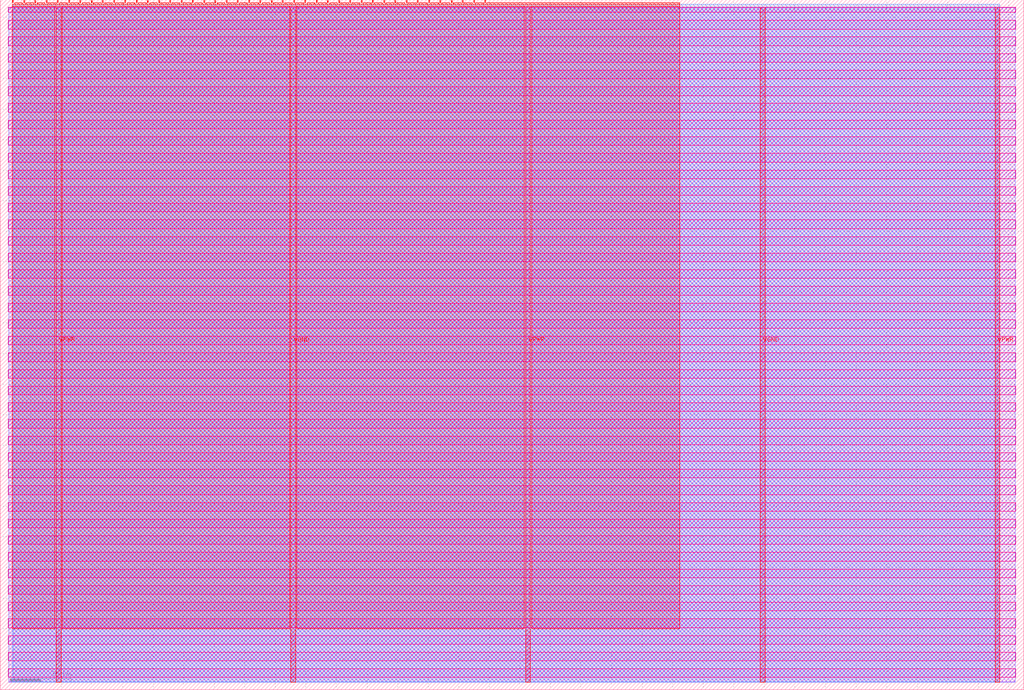
<source format=lef>
VERSION 5.7 ;
  NOWIREEXTENSIONATPIN ON ;
  DIVIDERCHAR "/" ;
  BUSBITCHARS "[]" ;
MACRO tt_um_ADPCM_COMPRESSOR
  CLASS BLOCK ;
  FOREIGN tt_um_ADPCM_COMPRESSOR ;
  ORIGIN 0.000 0.000 ;
  SIZE 334.880 BY 225.760 ;
  PIN VGND
    DIRECTION INOUT ;
    USE GROUND ;
    PORT
      LAYER met4 ;
        RECT 95.080 2.480 96.680 223.280 ;
    END
    PORT
      LAYER met4 ;
        RECT 248.680 2.480 250.280 223.280 ;
    END
  END VGND
  PIN VPWR
    DIRECTION INOUT ;
    USE POWER ;
    PORT
      LAYER met4 ;
        RECT 18.280 2.480 19.880 223.280 ;
    END
    PORT
      LAYER met4 ;
        RECT 171.880 2.480 173.480 223.280 ;
    END
    PORT
      LAYER met4 ;
        RECT 325.480 2.480 327.080 223.280 ;
    END
  END VPWR
  PIN clk
    DIRECTION INPUT ;
    USE SIGNAL ;
    ANTENNAGATEAREA 0.852000 ;
    PORT
      LAYER met4 ;
        RECT 154.870 224.760 155.170 225.760 ;
    END
  END clk
  PIN ena
    DIRECTION INPUT ;
    USE SIGNAL ;
    PORT
      LAYER met4 ;
        RECT 158.550 224.760 158.850 225.760 ;
    END
  END ena
  PIN rst_n
    DIRECTION INPUT ;
    USE SIGNAL ;
    PORT
      LAYER met4 ;
        RECT 151.190 224.760 151.490 225.760 ;
    END
  END rst_n
  PIN ui_in[0]
    DIRECTION INPUT ;
    USE SIGNAL ;
    PORT
      LAYER met4 ;
        RECT 147.510 224.760 147.810 225.760 ;
    END
  END ui_in[0]
  PIN ui_in[1]
    DIRECTION INPUT ;
    USE SIGNAL ;
    ANTENNAGATEAREA 0.196500 ;
    PORT
      LAYER met4 ;
        RECT 143.830 224.760 144.130 225.760 ;
    END
  END ui_in[1]
  PIN ui_in[2]
    DIRECTION INPUT ;
    USE SIGNAL ;
    ANTENNAGATEAREA 0.213000 ;
    PORT
      LAYER met4 ;
        RECT 140.150 224.760 140.450 225.760 ;
    END
  END ui_in[2]
  PIN ui_in[3]
    DIRECTION INPUT ;
    USE SIGNAL ;
    ANTENNAGATEAREA 0.213000 ;
    PORT
      LAYER met4 ;
        RECT 136.470 224.760 136.770 225.760 ;
    END
  END ui_in[3]
  PIN ui_in[4]
    DIRECTION INPUT ;
    USE SIGNAL ;
    PORT
      LAYER met4 ;
        RECT 132.790 224.760 133.090 225.760 ;
    END
  END ui_in[4]
  PIN ui_in[5]
    DIRECTION INPUT ;
    USE SIGNAL ;
    PORT
      LAYER met4 ;
        RECT 129.110 224.760 129.410 225.760 ;
    END
  END ui_in[5]
  PIN ui_in[6]
    DIRECTION INPUT ;
    USE SIGNAL ;
    PORT
      LAYER met4 ;
        RECT 125.430 224.760 125.730 225.760 ;
    END
  END ui_in[6]
  PIN ui_in[7]
    DIRECTION INPUT ;
    USE SIGNAL ;
    PORT
      LAYER met4 ;
        RECT 121.750 224.760 122.050 225.760 ;
    END
  END ui_in[7]
  PIN uio_in[0]
    DIRECTION INPUT ;
    USE SIGNAL ;
    PORT
      LAYER met4 ;
        RECT 118.070 224.760 118.370 225.760 ;
    END
  END uio_in[0]
  PIN uio_in[1]
    DIRECTION INPUT ;
    USE SIGNAL ;
    PORT
      LAYER met4 ;
        RECT 114.390 224.760 114.690 225.760 ;
    END
  END uio_in[1]
  PIN uio_in[2]
    DIRECTION INPUT ;
    USE SIGNAL ;
    PORT
      LAYER met4 ;
        RECT 110.710 224.760 111.010 225.760 ;
    END
  END uio_in[2]
  PIN uio_in[3]
    DIRECTION INPUT ;
    USE SIGNAL ;
    PORT
      LAYER met4 ;
        RECT 107.030 224.760 107.330 225.760 ;
    END
  END uio_in[3]
  PIN uio_in[4]
    DIRECTION INPUT ;
    USE SIGNAL ;
    PORT
      LAYER met4 ;
        RECT 103.350 224.760 103.650 225.760 ;
    END
  END uio_in[4]
  PIN uio_in[5]
    DIRECTION INPUT ;
    USE SIGNAL ;
    PORT
      LAYER met4 ;
        RECT 99.670 224.760 99.970 225.760 ;
    END
  END uio_in[5]
  PIN uio_in[6]
    DIRECTION INPUT ;
    USE SIGNAL ;
    PORT
      LAYER met4 ;
        RECT 95.990 224.760 96.290 225.760 ;
    END
  END uio_in[6]
  PIN uio_in[7]
    DIRECTION INPUT ;
    USE SIGNAL ;
    PORT
      LAYER met4 ;
        RECT 92.310 224.760 92.610 225.760 ;
    END
  END uio_in[7]
  PIN uio_oe[0]
    DIRECTION OUTPUT TRISTATE ;
    USE SIGNAL ;
    PORT
      LAYER met4 ;
        RECT 29.750 224.760 30.050 225.760 ;
    END
  END uio_oe[0]
  PIN uio_oe[1]
    DIRECTION OUTPUT TRISTATE ;
    USE SIGNAL ;
    PORT
      LAYER met4 ;
        RECT 26.070 224.760 26.370 225.760 ;
    END
  END uio_oe[1]
  PIN uio_oe[2]
    DIRECTION OUTPUT TRISTATE ;
    USE SIGNAL ;
    PORT
      LAYER met4 ;
        RECT 22.390 224.760 22.690 225.760 ;
    END
  END uio_oe[2]
  PIN uio_oe[3]
    DIRECTION OUTPUT TRISTATE ;
    USE SIGNAL ;
    PORT
      LAYER met4 ;
        RECT 18.710 224.760 19.010 225.760 ;
    END
  END uio_oe[3]
  PIN uio_oe[4]
    DIRECTION OUTPUT TRISTATE ;
    USE SIGNAL ;
    PORT
      LAYER met4 ;
        RECT 15.030 224.760 15.330 225.760 ;
    END
  END uio_oe[4]
  PIN uio_oe[5]
    DIRECTION OUTPUT TRISTATE ;
    USE SIGNAL ;
    PORT
      LAYER met4 ;
        RECT 11.350 224.760 11.650 225.760 ;
    END
  END uio_oe[5]
  PIN uio_oe[6]
    DIRECTION OUTPUT TRISTATE ;
    USE SIGNAL ;
    PORT
      LAYER met4 ;
        RECT 7.670 224.760 7.970 225.760 ;
    END
  END uio_oe[6]
  PIN uio_oe[7]
    DIRECTION OUTPUT TRISTATE ;
    USE SIGNAL ;
    PORT
      LAYER met4 ;
        RECT 3.990 224.760 4.290 225.760 ;
    END
  END uio_oe[7]
  PIN uio_out[0]
    DIRECTION OUTPUT TRISTATE ;
    USE SIGNAL ;
    PORT
      LAYER met4 ;
        RECT 59.190 224.760 59.490 225.760 ;
    END
  END uio_out[0]
  PIN uio_out[1]
    DIRECTION OUTPUT TRISTATE ;
    USE SIGNAL ;
    PORT
      LAYER met4 ;
        RECT 55.510 224.760 55.810 225.760 ;
    END
  END uio_out[1]
  PIN uio_out[2]
    DIRECTION OUTPUT TRISTATE ;
    USE SIGNAL ;
    PORT
      LAYER met4 ;
        RECT 51.830 224.760 52.130 225.760 ;
    END
  END uio_out[2]
  PIN uio_out[3]
    DIRECTION OUTPUT TRISTATE ;
    USE SIGNAL ;
    PORT
      LAYER met4 ;
        RECT 48.150 224.760 48.450 225.760 ;
    END
  END uio_out[3]
  PIN uio_out[4]
    DIRECTION OUTPUT TRISTATE ;
    USE SIGNAL ;
    PORT
      LAYER met4 ;
        RECT 44.470 224.760 44.770 225.760 ;
    END
  END uio_out[4]
  PIN uio_out[5]
    DIRECTION OUTPUT TRISTATE ;
    USE SIGNAL ;
    PORT
      LAYER met4 ;
        RECT 40.790 224.760 41.090 225.760 ;
    END
  END uio_out[5]
  PIN uio_out[6]
    DIRECTION OUTPUT TRISTATE ;
    USE SIGNAL ;
    PORT
      LAYER met4 ;
        RECT 37.110 224.760 37.410 225.760 ;
    END
  END uio_out[6]
  PIN uio_out[7]
    DIRECTION OUTPUT TRISTATE ;
    USE SIGNAL ;
    PORT
      LAYER met4 ;
        RECT 33.430 224.760 33.730 225.760 ;
    END
  END uio_out[7]
  PIN uo_out[0]
    DIRECTION OUTPUT TRISTATE ;
    USE SIGNAL ;
    ANTENNADIFFAREA 0.795200 ;
    PORT
      LAYER met4 ;
        RECT 88.630 224.760 88.930 225.760 ;
    END
  END uo_out[0]
  PIN uo_out[1]
    DIRECTION OUTPUT TRISTATE ;
    USE SIGNAL ;
    ANTENNAGATEAREA 0.126000 ;
    ANTENNADIFFAREA 0.891000 ;
    PORT
      LAYER met4 ;
        RECT 84.950 224.760 85.250 225.760 ;
    END
  END uo_out[1]
  PIN uo_out[2]
    DIRECTION OUTPUT TRISTATE ;
    USE SIGNAL ;
    ANTENNAGATEAREA 0.126000 ;
    ANTENNADIFFAREA 0.891000 ;
    PORT
      LAYER met4 ;
        RECT 81.270 224.760 81.570 225.760 ;
    END
  END uo_out[2]
  PIN uo_out[3]
    DIRECTION OUTPUT TRISTATE ;
    USE SIGNAL ;
    ANTENNAGATEAREA 0.126000 ;
    ANTENNADIFFAREA 0.891000 ;
    PORT
      LAYER met4 ;
        RECT 77.590 224.760 77.890 225.760 ;
    END
  END uo_out[3]
  PIN uo_out[4]
    DIRECTION OUTPUT TRISTATE ;
    USE SIGNAL ;
    ANTENNAGATEAREA 0.126000 ;
    ANTENNADIFFAREA 0.891000 ;
    PORT
      LAYER met4 ;
        RECT 73.910 224.760 74.210 225.760 ;
    END
  END uo_out[4]
  PIN uo_out[5]
    DIRECTION OUTPUT TRISTATE ;
    USE SIGNAL ;
    PORT
      LAYER met4 ;
        RECT 70.230 224.760 70.530 225.760 ;
    END
  END uo_out[5]
  PIN uo_out[6]
    DIRECTION OUTPUT TRISTATE ;
    USE SIGNAL ;
    PORT
      LAYER met4 ;
        RECT 66.550 224.760 66.850 225.760 ;
    END
  END uo_out[6]
  PIN uo_out[7]
    DIRECTION OUTPUT TRISTATE ;
    USE SIGNAL ;
    PORT
      LAYER met4 ;
        RECT 62.870 224.760 63.170 225.760 ;
    END
  END uo_out[7]
  OBS
      LAYER nwell ;
        RECT 2.570 221.625 332.310 223.230 ;
        RECT 2.570 216.185 332.310 219.015 ;
        RECT 2.570 210.745 332.310 213.575 ;
        RECT 2.570 205.305 332.310 208.135 ;
        RECT 2.570 199.865 332.310 202.695 ;
        RECT 2.570 194.425 332.310 197.255 ;
        RECT 2.570 188.985 332.310 191.815 ;
        RECT 2.570 183.545 332.310 186.375 ;
        RECT 2.570 178.105 332.310 180.935 ;
        RECT 2.570 172.665 332.310 175.495 ;
        RECT 2.570 167.225 332.310 170.055 ;
        RECT 2.570 161.785 332.310 164.615 ;
        RECT 2.570 156.345 332.310 159.175 ;
        RECT 2.570 150.905 332.310 153.735 ;
        RECT 2.570 145.465 332.310 148.295 ;
        RECT 2.570 140.025 332.310 142.855 ;
        RECT 2.570 134.585 332.310 137.415 ;
        RECT 2.570 129.145 332.310 131.975 ;
        RECT 2.570 123.705 332.310 126.535 ;
        RECT 2.570 118.265 332.310 121.095 ;
        RECT 2.570 112.825 332.310 115.655 ;
        RECT 2.570 107.385 332.310 110.215 ;
        RECT 2.570 101.945 332.310 104.775 ;
        RECT 2.570 96.505 332.310 99.335 ;
        RECT 2.570 91.065 332.310 93.895 ;
        RECT 2.570 85.625 332.310 88.455 ;
        RECT 2.570 80.185 332.310 83.015 ;
        RECT 2.570 74.745 332.310 77.575 ;
        RECT 2.570 69.305 332.310 72.135 ;
        RECT 2.570 63.865 332.310 66.695 ;
        RECT 2.570 58.425 332.310 61.255 ;
        RECT 2.570 52.985 332.310 55.815 ;
        RECT 2.570 47.545 332.310 50.375 ;
        RECT 2.570 42.105 332.310 44.935 ;
        RECT 2.570 36.665 332.310 39.495 ;
        RECT 2.570 31.225 332.310 34.055 ;
        RECT 2.570 25.785 332.310 28.615 ;
        RECT 2.570 20.345 332.310 23.175 ;
        RECT 2.570 14.905 332.310 17.735 ;
        RECT 2.570 9.465 332.310 12.295 ;
        RECT 2.570 4.025 332.310 6.855 ;
      LAYER li1 ;
        RECT 2.760 2.635 332.120 223.125 ;
      LAYER met1 ;
        RECT 2.760 2.480 332.120 223.280 ;
      LAYER met2 ;
        RECT 4.230 2.535 327.050 224.245 ;
      LAYER met3 ;
        RECT 3.950 2.555 327.070 224.225 ;
      LAYER met4 ;
        RECT 4.690 224.360 7.270 224.760 ;
        RECT 8.370 224.360 10.950 224.760 ;
        RECT 12.050 224.360 14.630 224.760 ;
        RECT 15.730 224.360 18.310 224.760 ;
        RECT 19.410 224.360 21.990 224.760 ;
        RECT 23.090 224.360 25.670 224.760 ;
        RECT 26.770 224.360 29.350 224.760 ;
        RECT 30.450 224.360 33.030 224.760 ;
        RECT 34.130 224.360 36.710 224.760 ;
        RECT 37.810 224.360 40.390 224.760 ;
        RECT 41.490 224.360 44.070 224.760 ;
        RECT 45.170 224.360 47.750 224.760 ;
        RECT 48.850 224.360 51.430 224.760 ;
        RECT 52.530 224.360 55.110 224.760 ;
        RECT 56.210 224.360 58.790 224.760 ;
        RECT 59.890 224.360 62.470 224.760 ;
        RECT 63.570 224.360 66.150 224.760 ;
        RECT 67.250 224.360 69.830 224.760 ;
        RECT 70.930 224.360 73.510 224.760 ;
        RECT 74.610 224.360 77.190 224.760 ;
        RECT 78.290 224.360 80.870 224.760 ;
        RECT 81.970 224.360 84.550 224.760 ;
        RECT 85.650 224.360 88.230 224.760 ;
        RECT 89.330 224.360 91.910 224.760 ;
        RECT 93.010 224.360 95.590 224.760 ;
        RECT 96.690 224.360 99.270 224.760 ;
        RECT 100.370 224.360 102.950 224.760 ;
        RECT 104.050 224.360 106.630 224.760 ;
        RECT 107.730 224.360 110.310 224.760 ;
        RECT 111.410 224.360 113.990 224.760 ;
        RECT 115.090 224.360 117.670 224.760 ;
        RECT 118.770 224.360 121.350 224.760 ;
        RECT 122.450 224.360 125.030 224.760 ;
        RECT 126.130 224.360 128.710 224.760 ;
        RECT 129.810 224.360 132.390 224.760 ;
        RECT 133.490 224.360 136.070 224.760 ;
        RECT 137.170 224.360 139.750 224.760 ;
        RECT 140.850 224.360 143.430 224.760 ;
        RECT 144.530 224.360 147.110 224.760 ;
        RECT 148.210 224.360 150.790 224.760 ;
        RECT 151.890 224.360 154.470 224.760 ;
        RECT 155.570 224.360 158.150 224.760 ;
        RECT 159.250 224.360 222.345 224.760 ;
        RECT 3.975 223.680 222.345 224.360 ;
        RECT 3.975 19.895 17.880 223.680 ;
        RECT 20.280 19.895 94.680 223.680 ;
        RECT 97.080 19.895 171.480 223.680 ;
        RECT 173.880 19.895 222.345 223.680 ;
  END
END tt_um_ADPCM_COMPRESSOR
END LIBRARY


</source>
